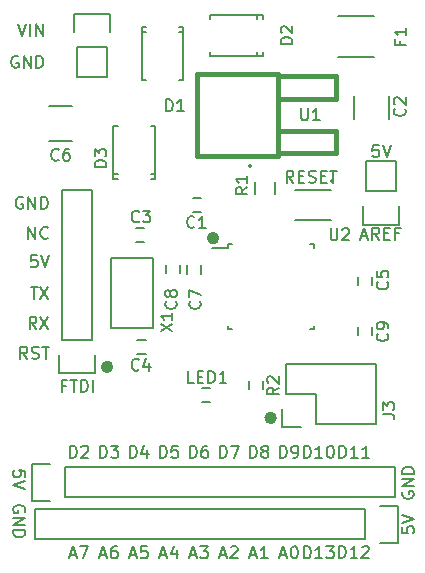
<source format=gto>
%TF.GenerationSoftware,KiCad,Pcbnew,4.0.4+e1-6308~48~ubuntu16.04.1-stable*%
%TF.CreationDate,2016-12-31T15:13:52-08:00*%
%TF.ProjectId,atmega328,61746D6567613332382E6B696361645F,1.2*%
%TF.FileFunction,Legend,Top*%
%FSLAX46Y46*%
G04 Gerber Fmt 4.6, Leading zero omitted, Abs format (unit mm)*
G04 Created by KiCad (PCBNEW 4.0.4+e1-6308~48~ubuntu16.04.1-stable) date Sat Dec 31 15:13:52 2016*
%MOMM*%
%LPD*%
G01*
G04 APERTURE LIST*
%ADD10C,0.350000*%
%ADD11C,0.152400*%
%ADD12C,0.177800*%
%ADD13C,0.203200*%
%ADD14C,0.508000*%
%ADD15C,0.150000*%
%ADD16C,0.381000*%
G04 APERTURE END LIST*
D10*
D11*
X136086548Y-106912833D02*
X136570357Y-106912833D01*
X135989786Y-107203119D02*
X136328453Y-106187119D01*
X136667119Y-107203119D01*
X137586357Y-107203119D02*
X137247691Y-106719310D01*
X137005786Y-107203119D02*
X137005786Y-106187119D01*
X137392833Y-106187119D01*
X137489595Y-106235500D01*
X137537976Y-106283881D01*
X137586357Y-106380643D01*
X137586357Y-106525786D01*
X137537976Y-106622548D01*
X137489595Y-106670929D01*
X137392833Y-106719310D01*
X137005786Y-106719310D01*
X138021786Y-106670929D02*
X138360452Y-106670929D01*
X138505595Y-107203119D02*
X138021786Y-107203119D01*
X138021786Y-106187119D01*
X138505595Y-106187119D01*
X139279690Y-106670929D02*
X138941024Y-106670929D01*
X138941024Y-107203119D02*
X138941024Y-106187119D01*
X139424833Y-106187119D01*
X137537976Y-99202119D02*
X137054167Y-99202119D01*
X137005786Y-99685929D01*
X137054167Y-99637548D01*
X137150929Y-99589167D01*
X137392833Y-99589167D01*
X137489595Y-99637548D01*
X137537976Y-99685929D01*
X137586357Y-99782690D01*
X137586357Y-100024595D01*
X137537976Y-100121357D01*
X137489595Y-100169738D01*
X137392833Y-100218119D01*
X137150929Y-100218119D01*
X137054167Y-100169738D01*
X137005786Y-100121357D01*
X137876643Y-99202119D02*
X138215310Y-100218119D01*
X138553976Y-99202119D01*
D12*
X107617381Y-127284238D02*
X107617381Y-126800429D01*
X107133571Y-126752048D01*
X107181952Y-126800429D01*
X107230333Y-126897191D01*
X107230333Y-127139095D01*
X107181952Y-127235857D01*
X107133571Y-127284238D01*
X107036810Y-127332619D01*
X106794905Y-127332619D01*
X106698143Y-127284238D01*
X106649762Y-127235857D01*
X106601381Y-127139095D01*
X106601381Y-126897191D01*
X106649762Y-126800429D01*
X106698143Y-126752048D01*
X107617381Y-127622905D02*
X106601381Y-127961572D01*
X107617381Y-128300238D01*
X107569000Y-130265714D02*
X107617381Y-130168952D01*
X107617381Y-130023809D01*
X107569000Y-129878667D01*
X107472238Y-129781905D01*
X107375476Y-129733524D01*
X107181952Y-129685143D01*
X107036810Y-129685143D01*
X106843286Y-129733524D01*
X106746524Y-129781905D01*
X106649762Y-129878667D01*
X106601381Y-130023809D01*
X106601381Y-130120571D01*
X106649762Y-130265714D01*
X106698143Y-130314095D01*
X107036810Y-130314095D01*
X107036810Y-130120571D01*
X106601381Y-130749524D02*
X107617381Y-130749524D01*
X106601381Y-131330095D01*
X107617381Y-131330095D01*
X106601381Y-131813905D02*
X107617381Y-131813905D01*
X107617381Y-132055810D01*
X107569000Y-132200952D01*
X107472238Y-132297714D01*
X107375476Y-132346095D01*
X107181952Y-132394476D01*
X107036810Y-132394476D01*
X106843286Y-132346095D01*
X106746524Y-132297714D01*
X106649762Y-132200952D01*
X106601381Y-132055810D01*
X106601381Y-131813905D01*
X139524619Y-131541762D02*
X139524619Y-132025571D01*
X140008429Y-132073952D01*
X139960048Y-132025571D01*
X139911667Y-131928809D01*
X139911667Y-131686905D01*
X139960048Y-131590143D01*
X140008429Y-131541762D01*
X140105190Y-131493381D01*
X140347095Y-131493381D01*
X140443857Y-131541762D01*
X140492238Y-131590143D01*
X140540619Y-131686905D01*
X140540619Y-131928809D01*
X140492238Y-132025571D01*
X140443857Y-132073952D01*
X139524619Y-131203095D02*
X140540619Y-130864428D01*
X139524619Y-130525762D01*
X139573000Y-128560286D02*
X139524619Y-128657048D01*
X139524619Y-128802191D01*
X139573000Y-128947333D01*
X139669762Y-129044095D01*
X139766524Y-129092476D01*
X139960048Y-129140857D01*
X140105190Y-129140857D01*
X140298714Y-129092476D01*
X140395476Y-129044095D01*
X140492238Y-128947333D01*
X140540619Y-128802191D01*
X140540619Y-128705429D01*
X140492238Y-128560286D01*
X140443857Y-128511905D01*
X140105190Y-128511905D01*
X140105190Y-128705429D01*
X140540619Y-128076476D02*
X139524619Y-128076476D01*
X140540619Y-127495905D01*
X139524619Y-127495905D01*
X140540619Y-127012095D02*
X139524619Y-127012095D01*
X139524619Y-126770190D01*
X139573000Y-126625048D01*
X139669762Y-126528286D01*
X139766524Y-126479905D01*
X139960048Y-126431524D01*
X140105190Y-126431524D01*
X140298714Y-126479905D01*
X140395476Y-126528286D01*
X140492238Y-126625048D01*
X140540619Y-126770190D01*
X140540619Y-127012095D01*
D13*
X130333206Y-102389819D02*
X129994540Y-101906010D01*
X129752635Y-102389819D02*
X129752635Y-101373819D01*
X130139682Y-101373819D01*
X130236444Y-101422200D01*
X130284825Y-101470581D01*
X130333206Y-101567343D01*
X130333206Y-101712486D01*
X130284825Y-101809248D01*
X130236444Y-101857629D01*
X130139682Y-101906010D01*
X129752635Y-101906010D01*
X130768635Y-101857629D02*
X131107301Y-101857629D01*
X131252444Y-102389819D02*
X130768635Y-102389819D01*
X130768635Y-101373819D01*
X131252444Y-101373819D01*
X131639492Y-102341438D02*
X131784635Y-102389819D01*
X132026539Y-102389819D01*
X132123301Y-102341438D01*
X132171682Y-102293057D01*
X132220063Y-102196295D01*
X132220063Y-102099533D01*
X132171682Y-102002771D01*
X132123301Y-101954390D01*
X132026539Y-101906010D01*
X131833016Y-101857629D01*
X131736254Y-101809248D01*
X131687873Y-101760867D01*
X131639492Y-101664105D01*
X131639492Y-101567343D01*
X131687873Y-101470581D01*
X131736254Y-101422200D01*
X131833016Y-101373819D01*
X132074920Y-101373819D01*
X132220063Y-101422200D01*
X132655492Y-101857629D02*
X132994158Y-101857629D01*
X133139301Y-102389819D02*
X132655492Y-102389819D01*
X132655492Y-101373819D01*
X133139301Y-101373819D01*
X133429587Y-101373819D02*
X134010158Y-101373819D01*
X133719873Y-102389819D02*
X133719873Y-101373819D01*
D12*
X134222067Y-125681619D02*
X134222067Y-124665619D01*
X134463972Y-124665619D01*
X134609114Y-124714000D01*
X134705876Y-124810762D01*
X134754257Y-124907524D01*
X134802638Y-125101048D01*
X134802638Y-125246190D01*
X134754257Y-125439714D01*
X134705876Y-125536476D01*
X134609114Y-125633238D01*
X134463972Y-125681619D01*
X134222067Y-125681619D01*
X135770257Y-125681619D02*
X135189686Y-125681619D01*
X135479972Y-125681619D02*
X135479972Y-124665619D01*
X135383210Y-124810762D01*
X135286448Y-124907524D01*
X135189686Y-124955905D01*
X136737876Y-125681619D02*
X136157305Y-125681619D01*
X136447591Y-125681619D02*
X136447591Y-124665619D01*
X136350829Y-124810762D01*
X136254067Y-124907524D01*
X136157305Y-124955905D01*
X131224867Y-125681619D02*
X131224867Y-124665619D01*
X131466772Y-124665619D01*
X131611914Y-124714000D01*
X131708676Y-124810762D01*
X131757057Y-124907524D01*
X131805438Y-125101048D01*
X131805438Y-125246190D01*
X131757057Y-125439714D01*
X131708676Y-125536476D01*
X131611914Y-125633238D01*
X131466772Y-125681619D01*
X131224867Y-125681619D01*
X132773057Y-125681619D02*
X132192486Y-125681619D01*
X132482772Y-125681619D02*
X132482772Y-124665619D01*
X132386010Y-124810762D01*
X132289248Y-124907524D01*
X132192486Y-124955905D01*
X133402010Y-124665619D02*
X133498771Y-124665619D01*
X133595533Y-124714000D01*
X133643914Y-124762381D01*
X133692295Y-124859143D01*
X133740676Y-125052667D01*
X133740676Y-125294571D01*
X133692295Y-125488095D01*
X133643914Y-125584857D01*
X133595533Y-125633238D01*
X133498771Y-125681619D01*
X133402010Y-125681619D01*
X133305248Y-125633238D01*
X133256867Y-125584857D01*
X133208486Y-125488095D01*
X133160105Y-125294571D01*
X133160105Y-125052667D01*
X133208486Y-124859143D01*
X133256867Y-124762381D01*
X133305248Y-124714000D01*
X133402010Y-124665619D01*
X129195286Y-125681619D02*
X129195286Y-124665619D01*
X129437191Y-124665619D01*
X129582333Y-124714000D01*
X129679095Y-124810762D01*
X129727476Y-124907524D01*
X129775857Y-125101048D01*
X129775857Y-125246190D01*
X129727476Y-125439714D01*
X129679095Y-125536476D01*
X129582333Y-125633238D01*
X129437191Y-125681619D01*
X129195286Y-125681619D01*
X130259667Y-125681619D02*
X130453191Y-125681619D01*
X130549952Y-125633238D01*
X130598333Y-125584857D01*
X130695095Y-125439714D01*
X130743476Y-125246190D01*
X130743476Y-124859143D01*
X130695095Y-124762381D01*
X130646714Y-124714000D01*
X130549952Y-124665619D01*
X130356429Y-124665619D01*
X130259667Y-124714000D01*
X130211286Y-124762381D01*
X130162905Y-124859143D01*
X130162905Y-125101048D01*
X130211286Y-125197810D01*
X130259667Y-125246190D01*
X130356429Y-125294571D01*
X130549952Y-125294571D01*
X130646714Y-125246190D01*
X130695095Y-125197810D01*
X130743476Y-125101048D01*
X126655286Y-125681619D02*
X126655286Y-124665619D01*
X126897191Y-124665619D01*
X127042333Y-124714000D01*
X127139095Y-124810762D01*
X127187476Y-124907524D01*
X127235857Y-125101048D01*
X127235857Y-125246190D01*
X127187476Y-125439714D01*
X127139095Y-125536476D01*
X127042333Y-125633238D01*
X126897191Y-125681619D01*
X126655286Y-125681619D01*
X127816429Y-125101048D02*
X127719667Y-125052667D01*
X127671286Y-125004286D01*
X127622905Y-124907524D01*
X127622905Y-124859143D01*
X127671286Y-124762381D01*
X127719667Y-124714000D01*
X127816429Y-124665619D01*
X128009952Y-124665619D01*
X128106714Y-124714000D01*
X128155095Y-124762381D01*
X128203476Y-124859143D01*
X128203476Y-124907524D01*
X128155095Y-125004286D01*
X128106714Y-125052667D01*
X128009952Y-125101048D01*
X127816429Y-125101048D01*
X127719667Y-125149429D01*
X127671286Y-125197810D01*
X127622905Y-125294571D01*
X127622905Y-125488095D01*
X127671286Y-125584857D01*
X127719667Y-125633238D01*
X127816429Y-125681619D01*
X128009952Y-125681619D01*
X128106714Y-125633238D01*
X128155095Y-125584857D01*
X128203476Y-125488095D01*
X128203476Y-125294571D01*
X128155095Y-125197810D01*
X128106714Y-125149429D01*
X128009952Y-125101048D01*
X124115286Y-125681619D02*
X124115286Y-124665619D01*
X124357191Y-124665619D01*
X124502333Y-124714000D01*
X124599095Y-124810762D01*
X124647476Y-124907524D01*
X124695857Y-125101048D01*
X124695857Y-125246190D01*
X124647476Y-125439714D01*
X124599095Y-125536476D01*
X124502333Y-125633238D01*
X124357191Y-125681619D01*
X124115286Y-125681619D01*
X125034524Y-124665619D02*
X125711857Y-124665619D01*
X125276429Y-125681619D01*
X121575286Y-125681619D02*
X121575286Y-124665619D01*
X121817191Y-124665619D01*
X121962333Y-124714000D01*
X122059095Y-124810762D01*
X122107476Y-124907524D01*
X122155857Y-125101048D01*
X122155857Y-125246190D01*
X122107476Y-125439714D01*
X122059095Y-125536476D01*
X121962333Y-125633238D01*
X121817191Y-125681619D01*
X121575286Y-125681619D01*
X123026714Y-124665619D02*
X122833191Y-124665619D01*
X122736429Y-124714000D01*
X122688048Y-124762381D01*
X122591286Y-124907524D01*
X122542905Y-125101048D01*
X122542905Y-125488095D01*
X122591286Y-125584857D01*
X122639667Y-125633238D01*
X122736429Y-125681619D01*
X122929952Y-125681619D01*
X123026714Y-125633238D01*
X123075095Y-125584857D01*
X123123476Y-125488095D01*
X123123476Y-125246190D01*
X123075095Y-125149429D01*
X123026714Y-125101048D01*
X122929952Y-125052667D01*
X122736429Y-125052667D01*
X122639667Y-125101048D01*
X122591286Y-125149429D01*
X122542905Y-125246190D01*
X119035286Y-125681619D02*
X119035286Y-124665619D01*
X119277191Y-124665619D01*
X119422333Y-124714000D01*
X119519095Y-124810762D01*
X119567476Y-124907524D01*
X119615857Y-125101048D01*
X119615857Y-125246190D01*
X119567476Y-125439714D01*
X119519095Y-125536476D01*
X119422333Y-125633238D01*
X119277191Y-125681619D01*
X119035286Y-125681619D01*
X120535095Y-124665619D02*
X120051286Y-124665619D01*
X120002905Y-125149429D01*
X120051286Y-125101048D01*
X120148048Y-125052667D01*
X120389952Y-125052667D01*
X120486714Y-125101048D01*
X120535095Y-125149429D01*
X120583476Y-125246190D01*
X120583476Y-125488095D01*
X120535095Y-125584857D01*
X120486714Y-125633238D01*
X120389952Y-125681619D01*
X120148048Y-125681619D01*
X120051286Y-125633238D01*
X120002905Y-125584857D01*
X116495286Y-125681619D02*
X116495286Y-124665619D01*
X116737191Y-124665619D01*
X116882333Y-124714000D01*
X116979095Y-124810762D01*
X117027476Y-124907524D01*
X117075857Y-125101048D01*
X117075857Y-125246190D01*
X117027476Y-125439714D01*
X116979095Y-125536476D01*
X116882333Y-125633238D01*
X116737191Y-125681619D01*
X116495286Y-125681619D01*
X117946714Y-125004286D02*
X117946714Y-125681619D01*
X117704810Y-124617238D02*
X117462905Y-125342952D01*
X118091857Y-125342952D01*
X113955286Y-125681619D02*
X113955286Y-124665619D01*
X114197191Y-124665619D01*
X114342333Y-124714000D01*
X114439095Y-124810762D01*
X114487476Y-124907524D01*
X114535857Y-125101048D01*
X114535857Y-125246190D01*
X114487476Y-125439714D01*
X114439095Y-125536476D01*
X114342333Y-125633238D01*
X114197191Y-125681619D01*
X113955286Y-125681619D01*
X114874524Y-124665619D02*
X115503476Y-124665619D01*
X115164810Y-125052667D01*
X115309952Y-125052667D01*
X115406714Y-125101048D01*
X115455095Y-125149429D01*
X115503476Y-125246190D01*
X115503476Y-125488095D01*
X115455095Y-125584857D01*
X115406714Y-125633238D01*
X115309952Y-125681619D01*
X115019667Y-125681619D01*
X114922905Y-125633238D01*
X114874524Y-125584857D01*
X111415286Y-125681619D02*
X111415286Y-124665619D01*
X111657191Y-124665619D01*
X111802333Y-124714000D01*
X111899095Y-124810762D01*
X111947476Y-124907524D01*
X111995857Y-125101048D01*
X111995857Y-125246190D01*
X111947476Y-125439714D01*
X111899095Y-125536476D01*
X111802333Y-125633238D01*
X111657191Y-125681619D01*
X111415286Y-125681619D01*
X112382905Y-124762381D02*
X112431286Y-124714000D01*
X112528048Y-124665619D01*
X112769952Y-124665619D01*
X112866714Y-124714000D01*
X112915095Y-124762381D01*
X112963476Y-124859143D01*
X112963476Y-124955905D01*
X112915095Y-125101048D01*
X112334524Y-125681619D01*
X112963476Y-125681619D01*
X134196667Y-134165219D02*
X134196667Y-133149219D01*
X134438572Y-133149219D01*
X134583714Y-133197600D01*
X134680476Y-133294362D01*
X134728857Y-133391124D01*
X134777238Y-133584648D01*
X134777238Y-133729790D01*
X134728857Y-133923314D01*
X134680476Y-134020076D01*
X134583714Y-134116838D01*
X134438572Y-134165219D01*
X134196667Y-134165219D01*
X135744857Y-134165219D02*
X135164286Y-134165219D01*
X135454572Y-134165219D02*
X135454572Y-133149219D01*
X135357810Y-133294362D01*
X135261048Y-133391124D01*
X135164286Y-133439505D01*
X136131905Y-133245981D02*
X136180286Y-133197600D01*
X136277048Y-133149219D01*
X136518952Y-133149219D01*
X136615714Y-133197600D01*
X136664095Y-133245981D01*
X136712476Y-133342743D01*
X136712476Y-133439505D01*
X136664095Y-133584648D01*
X136083524Y-134165219D01*
X136712476Y-134165219D01*
X131224867Y-134190619D02*
X131224867Y-133174619D01*
X131466772Y-133174619D01*
X131611914Y-133223000D01*
X131708676Y-133319762D01*
X131757057Y-133416524D01*
X131805438Y-133610048D01*
X131805438Y-133755190D01*
X131757057Y-133948714D01*
X131708676Y-134045476D01*
X131611914Y-134142238D01*
X131466772Y-134190619D01*
X131224867Y-134190619D01*
X132773057Y-134190619D02*
X132192486Y-134190619D01*
X132482772Y-134190619D02*
X132482772Y-133174619D01*
X132386010Y-133319762D01*
X132289248Y-133416524D01*
X132192486Y-133464905D01*
X133111724Y-133174619D02*
X133740676Y-133174619D01*
X133402010Y-133561667D01*
X133547152Y-133561667D01*
X133643914Y-133610048D01*
X133692295Y-133658429D01*
X133740676Y-133755190D01*
X133740676Y-133997095D01*
X133692295Y-134093857D01*
X133643914Y-134142238D01*
X133547152Y-134190619D01*
X133256867Y-134190619D01*
X133160105Y-134142238D01*
X133111724Y-134093857D01*
X129241248Y-133900333D02*
X129725057Y-133900333D01*
X129144486Y-134190619D02*
X129483153Y-133174619D01*
X129821819Y-134190619D01*
X130354010Y-133174619D02*
X130450771Y-133174619D01*
X130547533Y-133223000D01*
X130595914Y-133271381D01*
X130644295Y-133368143D01*
X130692676Y-133561667D01*
X130692676Y-133803571D01*
X130644295Y-133997095D01*
X130595914Y-134093857D01*
X130547533Y-134142238D01*
X130450771Y-134190619D01*
X130354010Y-134190619D01*
X130257248Y-134142238D01*
X130208867Y-134093857D01*
X130160486Y-133997095D01*
X130112105Y-133803571D01*
X130112105Y-133561667D01*
X130160486Y-133368143D01*
X130208867Y-133271381D01*
X130257248Y-133223000D01*
X130354010Y-133174619D01*
X126701248Y-133900333D02*
X127185057Y-133900333D01*
X126604486Y-134190619D02*
X126943153Y-133174619D01*
X127281819Y-134190619D01*
X128152676Y-134190619D02*
X127572105Y-134190619D01*
X127862391Y-134190619D02*
X127862391Y-133174619D01*
X127765629Y-133319762D01*
X127668867Y-133416524D01*
X127572105Y-133464905D01*
X124161248Y-133900333D02*
X124645057Y-133900333D01*
X124064486Y-134190619D02*
X124403153Y-133174619D01*
X124741819Y-134190619D01*
X125032105Y-133271381D02*
X125080486Y-133223000D01*
X125177248Y-133174619D01*
X125419152Y-133174619D01*
X125515914Y-133223000D01*
X125564295Y-133271381D01*
X125612676Y-133368143D01*
X125612676Y-133464905D01*
X125564295Y-133610048D01*
X124983724Y-134190619D01*
X125612676Y-134190619D01*
X121621248Y-133900333D02*
X122105057Y-133900333D01*
X121524486Y-134190619D02*
X121863153Y-133174619D01*
X122201819Y-134190619D01*
X122443724Y-133174619D02*
X123072676Y-133174619D01*
X122734010Y-133561667D01*
X122879152Y-133561667D01*
X122975914Y-133610048D01*
X123024295Y-133658429D01*
X123072676Y-133755190D01*
X123072676Y-133997095D01*
X123024295Y-134093857D01*
X122975914Y-134142238D01*
X122879152Y-134190619D01*
X122588867Y-134190619D01*
X122492105Y-134142238D01*
X122443724Y-134093857D01*
X119081248Y-133900333D02*
X119565057Y-133900333D01*
X118984486Y-134190619D02*
X119323153Y-133174619D01*
X119661819Y-134190619D01*
X120435914Y-133513286D02*
X120435914Y-134190619D01*
X120194010Y-133126238D02*
X119952105Y-133851952D01*
X120581057Y-133851952D01*
X116541248Y-133900333D02*
X117025057Y-133900333D01*
X116444486Y-134190619D02*
X116783153Y-133174619D01*
X117121819Y-134190619D01*
X117944295Y-133174619D02*
X117460486Y-133174619D01*
X117412105Y-133658429D01*
X117460486Y-133610048D01*
X117557248Y-133561667D01*
X117799152Y-133561667D01*
X117895914Y-133610048D01*
X117944295Y-133658429D01*
X117992676Y-133755190D01*
X117992676Y-133997095D01*
X117944295Y-134093857D01*
X117895914Y-134142238D01*
X117799152Y-134190619D01*
X117557248Y-134190619D01*
X117460486Y-134142238D01*
X117412105Y-134093857D01*
X114001248Y-133900333D02*
X114485057Y-133900333D01*
X113904486Y-134190619D02*
X114243153Y-133174619D01*
X114581819Y-134190619D01*
X115355914Y-133174619D02*
X115162391Y-133174619D01*
X115065629Y-133223000D01*
X115017248Y-133271381D01*
X114920486Y-133416524D01*
X114872105Y-133610048D01*
X114872105Y-133997095D01*
X114920486Y-134093857D01*
X114968867Y-134142238D01*
X115065629Y-134190619D01*
X115259152Y-134190619D01*
X115355914Y-134142238D01*
X115404295Y-134093857D01*
X115452676Y-133997095D01*
X115452676Y-133755190D01*
X115404295Y-133658429D01*
X115355914Y-133610048D01*
X115259152Y-133561667D01*
X115065629Y-133561667D01*
X114968867Y-133610048D01*
X114920486Y-133658429D01*
X114872105Y-133755190D01*
X111461248Y-133900333D02*
X111945057Y-133900333D01*
X111364486Y-134190619D02*
X111703153Y-133174619D01*
X112041819Y-134190619D01*
X112283724Y-133174619D02*
X112961057Y-133174619D01*
X112525629Y-134190619D01*
D13*
X111050009Y-119561429D02*
X110711343Y-119561429D01*
X110711343Y-120093619D02*
X110711343Y-119077619D01*
X111195152Y-119077619D01*
X111437057Y-119077619D02*
X112017628Y-119077619D01*
X111727343Y-120093619D02*
X111727343Y-119077619D01*
X112356295Y-120093619D02*
X112356295Y-119077619D01*
X112598200Y-119077619D01*
X112743342Y-119126000D01*
X112840104Y-119222762D01*
X112888485Y-119319524D01*
X112936866Y-119513048D01*
X112936866Y-119658190D01*
X112888485Y-119851714D01*
X112840104Y-119948476D01*
X112743342Y-120045238D01*
X112598200Y-120093619D01*
X112356295Y-120093619D01*
X113372295Y-120093619D02*
X113372295Y-119077619D01*
X107889524Y-107139619D02*
X107889524Y-106123619D01*
X108470095Y-107139619D01*
X108470095Y-106123619D01*
X109534476Y-107042857D02*
X109486095Y-107091238D01*
X109340952Y-107139619D01*
X109244190Y-107139619D01*
X109099048Y-107091238D01*
X109002286Y-106994476D01*
X108953905Y-106897714D01*
X108905524Y-106704190D01*
X108905524Y-106559048D01*
X108953905Y-106365524D01*
X109002286Y-106268762D01*
X109099048Y-106172000D01*
X109244190Y-106123619D01*
X109340952Y-106123619D01*
X109486095Y-106172000D01*
X109534476Y-106220381D01*
D14*
X114837981Y-117983000D02*
G75*
G03X114837981Y-117983000I-283981J0D01*
G01*
X123804181Y-107086400D02*
G75*
G03X123804181Y-107086400I-283981J0D01*
G01*
X128680981Y-122301000D02*
G75*
G03X128680981Y-122301000I-283981J0D01*
G01*
D13*
X107024714Y-91694000D02*
X106927952Y-91645619D01*
X106782809Y-91645619D01*
X106637667Y-91694000D01*
X106540905Y-91790762D01*
X106492524Y-91887524D01*
X106444143Y-92081048D01*
X106444143Y-92226190D01*
X106492524Y-92419714D01*
X106540905Y-92516476D01*
X106637667Y-92613238D01*
X106782809Y-92661619D01*
X106879571Y-92661619D01*
X107024714Y-92613238D01*
X107073095Y-92564857D01*
X107073095Y-92226190D01*
X106879571Y-92226190D01*
X107508524Y-92661619D02*
X107508524Y-91645619D01*
X108089095Y-92661619D01*
X108089095Y-91645619D01*
X108572905Y-92661619D02*
X108572905Y-91645619D01*
X108814810Y-91645619D01*
X108959952Y-91694000D01*
X109056714Y-91790762D01*
X109105095Y-91887524D01*
X109153476Y-92081048D01*
X109153476Y-92226190D01*
X109105095Y-92419714D01*
X109056714Y-92516476D01*
X108959952Y-92613238D01*
X108814810Y-92661619D01*
X108572905Y-92661619D01*
X107024714Y-88978619D02*
X107363381Y-89994619D01*
X107702047Y-88978619D01*
X108040714Y-89994619D02*
X108040714Y-88978619D01*
X108524524Y-89994619D02*
X108524524Y-88978619D01*
X109105095Y-89994619D01*
X109105095Y-88978619D01*
X107792762Y-117299619D02*
X107454096Y-116815810D01*
X107212191Y-117299619D02*
X107212191Y-116283619D01*
X107599238Y-116283619D01*
X107696000Y-116332000D01*
X107744381Y-116380381D01*
X107792762Y-116477143D01*
X107792762Y-116622286D01*
X107744381Y-116719048D01*
X107696000Y-116767429D01*
X107599238Y-116815810D01*
X107212191Y-116815810D01*
X108179810Y-117251238D02*
X108324953Y-117299619D01*
X108566857Y-117299619D01*
X108663619Y-117251238D01*
X108712000Y-117202857D01*
X108760381Y-117106095D01*
X108760381Y-117009333D01*
X108712000Y-116912571D01*
X108663619Y-116864190D01*
X108566857Y-116815810D01*
X108373334Y-116767429D01*
X108276572Y-116719048D01*
X108228191Y-116670667D01*
X108179810Y-116573905D01*
X108179810Y-116477143D01*
X108228191Y-116380381D01*
X108276572Y-116332000D01*
X108373334Y-116283619D01*
X108615238Y-116283619D01*
X108760381Y-116332000D01*
X109050667Y-116283619D02*
X109631238Y-116283619D01*
X109340953Y-117299619D02*
X109340953Y-116283619D01*
X108566857Y-114759619D02*
X108228191Y-114275810D01*
X107986286Y-114759619D02*
X107986286Y-113743619D01*
X108373333Y-113743619D01*
X108470095Y-113792000D01*
X108518476Y-113840381D01*
X108566857Y-113937143D01*
X108566857Y-114082286D01*
X108518476Y-114179048D01*
X108470095Y-114227429D01*
X108373333Y-114275810D01*
X107986286Y-114275810D01*
X108905524Y-113743619D02*
X109582857Y-114759619D01*
X109582857Y-113743619D02*
X108905524Y-114759619D01*
X108083048Y-111203619D02*
X108663619Y-111203619D01*
X108373334Y-112219619D02*
X108373334Y-111203619D01*
X108905524Y-111203619D02*
X109582857Y-112219619D01*
X109582857Y-111203619D02*
X108905524Y-112219619D01*
X108615238Y-108536619D02*
X108131429Y-108536619D01*
X108083048Y-109020429D01*
X108131429Y-108972048D01*
X108228191Y-108923667D01*
X108470095Y-108923667D01*
X108566857Y-108972048D01*
X108615238Y-109020429D01*
X108663619Y-109117190D01*
X108663619Y-109359095D01*
X108615238Y-109455857D01*
X108566857Y-109504238D01*
X108470095Y-109552619D01*
X108228191Y-109552619D01*
X108131429Y-109504238D01*
X108083048Y-109455857D01*
X108953905Y-108536619D02*
X109292572Y-109552619D01*
X109631238Y-108536619D01*
X107405714Y-103632000D02*
X107308952Y-103583619D01*
X107163809Y-103583619D01*
X107018667Y-103632000D01*
X106921905Y-103728762D01*
X106873524Y-103825524D01*
X106825143Y-104019048D01*
X106825143Y-104164190D01*
X106873524Y-104357714D01*
X106921905Y-104454476D01*
X107018667Y-104551238D01*
X107163809Y-104599619D01*
X107260571Y-104599619D01*
X107405714Y-104551238D01*
X107454095Y-104502857D01*
X107454095Y-104164190D01*
X107260571Y-104164190D01*
X107889524Y-104599619D02*
X107889524Y-103583619D01*
X108470095Y-104599619D01*
X108470095Y-103583619D01*
X108953905Y-104599619D02*
X108953905Y-103583619D01*
X109195810Y-103583619D01*
X109340952Y-103632000D01*
X109437714Y-103728762D01*
X109486095Y-103825524D01*
X109534476Y-104019048D01*
X109534476Y-104164190D01*
X109486095Y-104357714D01*
X109437714Y-104454476D01*
X109340952Y-104551238D01*
X109195810Y-104599619D01*
X108953905Y-104599619D01*
D15*
X110718600Y-115722400D02*
X110718600Y-103022400D01*
X110718600Y-103022400D02*
X113258600Y-103022400D01*
X113258600Y-103022400D02*
X113258600Y-115722400D01*
X110438600Y-118542400D02*
X110438600Y-116992400D01*
X110718600Y-115722400D02*
X113258600Y-115722400D01*
X113538600Y-116992400D02*
X113538600Y-118542400D01*
X113538600Y-118542400D02*
X110438600Y-118542400D01*
X128739000Y-103370000D02*
X128739000Y-102370000D01*
X127039000Y-102370000D02*
X127039000Y-103370000D01*
X122586000Y-119796000D02*
X123286000Y-119796000D01*
X123286000Y-120996000D02*
X122586000Y-120996000D01*
X110998000Y-126492000D02*
X138938000Y-126492000D01*
X138938000Y-126492000D02*
X138938000Y-129032000D01*
X138938000Y-129032000D02*
X110998000Y-129032000D01*
X108178000Y-126212000D02*
X109728000Y-126212000D01*
X110998000Y-126492000D02*
X110998000Y-129032000D01*
X109728000Y-129312000D02*
X108178000Y-129312000D01*
X108178000Y-129312000D02*
X108178000Y-126212000D01*
X132207000Y-122809000D02*
X137287000Y-122809000D01*
X129387000Y-123089000D02*
X129387000Y-121539000D01*
X129667000Y-120269000D02*
X132207000Y-120269000D01*
X132207000Y-120269000D02*
X132207000Y-122809000D01*
X137287000Y-122809000D02*
X137287000Y-117729000D01*
X137287000Y-117729000D02*
X132207000Y-117729000D01*
X129387000Y-123089000D02*
X130937000Y-123089000D01*
X129667000Y-117729000D02*
X129667000Y-120269000D01*
X132207000Y-117729000D02*
X129667000Y-117729000D01*
X114554000Y-90932000D02*
X114554000Y-93472000D01*
X114834000Y-88112000D02*
X114834000Y-89662000D01*
X114554000Y-90932000D02*
X112014000Y-90932000D01*
X111734000Y-89662000D02*
X111734000Y-88112000D01*
X111734000Y-88112000D02*
X114834000Y-88112000D01*
X112014000Y-90932000D02*
X112014000Y-93472000D01*
X112014000Y-93472000D02*
X114554000Y-93472000D01*
X134112000Y-91768000D02*
X137160000Y-91768000D01*
X137160000Y-88318000D02*
X134112000Y-88318000D01*
X118590060Y-101621140D02*
X118239540Y-101621140D01*
X115089940Y-101621140D02*
X115440460Y-101621140D01*
X118590060Y-97571560D02*
X118239540Y-97571560D01*
X118590060Y-102072440D02*
X118239540Y-102072440D01*
X115089940Y-102072440D02*
X115440460Y-102072440D01*
X115089940Y-97571560D02*
X115440460Y-97571560D01*
X118590060Y-102072440D02*
X118590060Y-97571560D01*
X115089940Y-102072440D02*
X115089940Y-97571560D01*
X127275140Y-88165940D02*
X127275140Y-88516460D01*
X127275140Y-91666060D02*
X127275140Y-91315540D01*
X123225560Y-88165940D02*
X123225560Y-88516460D01*
X127726440Y-88165940D02*
X127726440Y-88516460D01*
X127726440Y-91666060D02*
X127726440Y-91315540D01*
X123225560Y-91666060D02*
X123225560Y-91315540D01*
X127726440Y-88165940D02*
X123225560Y-88165940D01*
X127726440Y-91666060D02*
X123225560Y-91666060D01*
X117502940Y-89640860D02*
X117853460Y-89640860D01*
X121003060Y-89640860D02*
X120652540Y-89640860D01*
X117502940Y-93690440D02*
X117853460Y-93690440D01*
X117502940Y-89189560D02*
X117853460Y-89189560D01*
X121003060Y-89189560D02*
X120652540Y-89189560D01*
X121003060Y-93690440D02*
X120652540Y-93690440D01*
X117502940Y-89189560D02*
X117502940Y-93690440D01*
X121003060Y-89189560D02*
X121003060Y-93690440D01*
X136998000Y-114585000D02*
X136998000Y-115285000D01*
X135798000Y-115285000D02*
X135798000Y-114585000D01*
X119542000Y-110078000D02*
X119542000Y-109378000D01*
X120742000Y-109378000D02*
X120742000Y-110078000D01*
X121320000Y-110090000D02*
X121320000Y-109390000D01*
X122520000Y-109390000D02*
X122520000Y-110090000D01*
X109617000Y-98884000D02*
X111617000Y-98884000D01*
X111617000Y-95934000D02*
X109617000Y-95934000D01*
X135798000Y-111094000D02*
X135798000Y-110394000D01*
X136998000Y-110394000D02*
X136998000Y-111094000D01*
X117825000Y-116932000D02*
X117125000Y-116932000D01*
X117125000Y-115732000D02*
X117825000Y-115732000D01*
X117010000Y-106207000D02*
X117710000Y-106207000D01*
X117710000Y-107407000D02*
X117010000Y-107407000D01*
X138381000Y-97012000D02*
X138381000Y-95012000D01*
X135431000Y-95012000D02*
X135431000Y-97012000D01*
X122524000Y-104867000D02*
X121824000Y-104867000D01*
X121824000Y-103667000D02*
X122524000Y-103667000D01*
X127727000Y-119145000D02*
X127727000Y-119845000D01*
X126527000Y-119845000D02*
X126527000Y-119145000D01*
D11*
X114909600Y-108737400D02*
X118414800Y-108737400D01*
X114909600Y-108737400D02*
X114909600Y-114731800D01*
X118414800Y-108737400D02*
X118414800Y-114731800D01*
X114909600Y-114731800D02*
X118414800Y-114731800D01*
D16*
X133951980Y-95298260D02*
X129052320Y-95298260D01*
X133951980Y-95298260D02*
X133951980Y-93395800D01*
X133951980Y-93395800D02*
X129052320Y-93395800D01*
X133903720Y-99898200D02*
X129052320Y-99898200D01*
X133903720Y-99898200D02*
X133903720Y-97995740D01*
X133903720Y-97995740D02*
X129052320Y-97995740D01*
X122153680Y-100096320D02*
X122153680Y-93197680D01*
X122153680Y-93197680D02*
X129052320Y-93197680D01*
X129052320Y-93197680D02*
X129052320Y-100096320D01*
X129052320Y-100096320D02*
X122153680Y-100096320D01*
D15*
X133468320Y-103017000D02*
X130468320Y-103017000D01*
X133468320Y-105517000D02*
X130468320Y-105517000D01*
D10*
X133575000Y-102267000D02*
X133575000Y-102267000D01*
X126652980Y-100953820D02*
X126652980Y-100953820D01*
D15*
X136398000Y-132588000D02*
X108458000Y-132588000D01*
X108458000Y-132588000D02*
X108458000Y-130048000D01*
X108458000Y-130048000D02*
X136398000Y-130048000D01*
X139218000Y-132868000D02*
X137668000Y-132868000D01*
X136398000Y-132588000D02*
X136398000Y-130048000D01*
X137668000Y-129768000D02*
X139218000Y-129768000D01*
X139218000Y-129768000D02*
X139218000Y-132868000D01*
X136461500Y-103124000D02*
X136461500Y-100584000D01*
X136181500Y-105944000D02*
X136181500Y-104394000D01*
X136461500Y-103124000D02*
X139001500Y-103124000D01*
X139281500Y-104394000D02*
X139281500Y-105944000D01*
X139281500Y-105944000D02*
X136181500Y-105944000D01*
X139001500Y-103124000D02*
X139001500Y-100584000D01*
X139001500Y-100584000D02*
X136461500Y-100584000D01*
X124822800Y-107568000D02*
X124822800Y-107893000D01*
X132072800Y-107568000D02*
X132072800Y-107893000D01*
X132072800Y-114818000D02*
X132072800Y-114493000D01*
X124822800Y-114818000D02*
X124822800Y-114493000D01*
X124822800Y-107568000D02*
X125147800Y-107568000D01*
X124822800Y-114818000D02*
X125147800Y-114818000D01*
X132072800Y-114818000D02*
X131747800Y-114818000D01*
X132072800Y-107568000D02*
X131747800Y-107568000D01*
X124822800Y-107893000D02*
X123397800Y-107893000D01*
X126436381Y-102782666D02*
X125960190Y-103116000D01*
X126436381Y-103354095D02*
X125436381Y-103354095D01*
X125436381Y-102973142D01*
X125484000Y-102877904D01*
X125531619Y-102830285D01*
X125626857Y-102782666D01*
X125769714Y-102782666D01*
X125864952Y-102830285D01*
X125912571Y-102877904D01*
X125960190Y-102973142D01*
X125960190Y-103354095D01*
X126436381Y-101830285D02*
X126436381Y-102401714D01*
X126436381Y-102116000D02*
X125436381Y-102116000D01*
X125579238Y-102211238D01*
X125674476Y-102306476D01*
X125722095Y-102401714D01*
X121886953Y-119338381D02*
X121410762Y-119338381D01*
X121410762Y-118338381D01*
X122220286Y-118814571D02*
X122553620Y-118814571D01*
X122696477Y-119338381D02*
X122220286Y-119338381D01*
X122220286Y-118338381D01*
X122696477Y-118338381D01*
X123125048Y-119338381D02*
X123125048Y-118338381D01*
X123363143Y-118338381D01*
X123506001Y-118386000D01*
X123601239Y-118481238D01*
X123648858Y-118576476D01*
X123696477Y-118766952D01*
X123696477Y-118909810D01*
X123648858Y-119100286D01*
X123601239Y-119195524D01*
X123506001Y-119290762D01*
X123363143Y-119338381D01*
X123125048Y-119338381D01*
X124648858Y-119338381D02*
X124077429Y-119338381D01*
X124363143Y-119338381D02*
X124363143Y-118338381D01*
X124267905Y-118481238D01*
X124172667Y-118576476D01*
X124077429Y-118624095D01*
X137882381Y-121999333D02*
X138596667Y-121999333D01*
X138739524Y-122046953D01*
X138834762Y-122142191D01*
X138882381Y-122285048D01*
X138882381Y-122380286D01*
X137882381Y-121618381D02*
X137882381Y-120999333D01*
X138263333Y-121332667D01*
X138263333Y-121189809D01*
X138310952Y-121094571D01*
X138358571Y-121046952D01*
X138453810Y-120999333D01*
X138691905Y-120999333D01*
X138787143Y-121046952D01*
X138834762Y-121094571D01*
X138882381Y-121189809D01*
X138882381Y-121475524D01*
X138834762Y-121570762D01*
X138787143Y-121618381D01*
X139374571Y-90376333D02*
X139374571Y-90709667D01*
X139898381Y-90709667D02*
X138898381Y-90709667D01*
X138898381Y-90233476D01*
X139898381Y-89328714D02*
X139898381Y-89900143D01*
X139898381Y-89614429D02*
X138898381Y-89614429D01*
X139041238Y-89709667D01*
X139136476Y-89804905D01*
X139184095Y-89900143D01*
X114498381Y-101068095D02*
X113498381Y-101068095D01*
X113498381Y-100830000D01*
X113546000Y-100687142D01*
X113641238Y-100591904D01*
X113736476Y-100544285D01*
X113926952Y-100496666D01*
X114069810Y-100496666D01*
X114260286Y-100544285D01*
X114355524Y-100591904D01*
X114450762Y-100687142D01*
X114498381Y-100830000D01*
X114498381Y-101068095D01*
X113498381Y-100163333D02*
X113498381Y-99544285D01*
X113879333Y-99877619D01*
X113879333Y-99734761D01*
X113926952Y-99639523D01*
X113974571Y-99591904D01*
X114069810Y-99544285D01*
X114307905Y-99544285D01*
X114403143Y-99591904D01*
X114450762Y-99639523D01*
X114498381Y-99734761D01*
X114498381Y-100020476D01*
X114450762Y-100115714D01*
X114403143Y-100163333D01*
X130246381Y-90654095D02*
X129246381Y-90654095D01*
X129246381Y-90416000D01*
X129294000Y-90273142D01*
X129389238Y-90177904D01*
X129484476Y-90130285D01*
X129674952Y-90082666D01*
X129817810Y-90082666D01*
X130008286Y-90130285D01*
X130103524Y-90177904D01*
X130198762Y-90273142D01*
X130246381Y-90416000D01*
X130246381Y-90654095D01*
X129341619Y-89701714D02*
X129294000Y-89654095D01*
X129246381Y-89558857D01*
X129246381Y-89320761D01*
X129294000Y-89225523D01*
X129341619Y-89177904D01*
X129436857Y-89130285D01*
X129532095Y-89130285D01*
X129674952Y-89177904D01*
X130246381Y-89749333D01*
X130246381Y-89130285D01*
X119530905Y-96337381D02*
X119530905Y-95337381D01*
X119769000Y-95337381D01*
X119911858Y-95385000D01*
X120007096Y-95480238D01*
X120054715Y-95575476D01*
X120102334Y-95765952D01*
X120102334Y-95908810D01*
X120054715Y-96099286D01*
X120007096Y-96194524D01*
X119911858Y-96289762D01*
X119769000Y-96337381D01*
X119530905Y-96337381D01*
X121054715Y-96337381D02*
X120483286Y-96337381D01*
X120769000Y-96337381D02*
X120769000Y-95337381D01*
X120673762Y-95480238D01*
X120578524Y-95575476D01*
X120483286Y-95623095D01*
X138279143Y-115165166D02*
X138326762Y-115212785D01*
X138374381Y-115355642D01*
X138374381Y-115450880D01*
X138326762Y-115593738D01*
X138231524Y-115688976D01*
X138136286Y-115736595D01*
X137945810Y-115784214D01*
X137802952Y-115784214D01*
X137612476Y-115736595D01*
X137517238Y-115688976D01*
X137422000Y-115593738D01*
X137374381Y-115450880D01*
X137374381Y-115355642D01*
X137422000Y-115212785D01*
X137469619Y-115165166D01*
X138374381Y-114688976D02*
X138374381Y-114498500D01*
X138326762Y-114403261D01*
X138279143Y-114355642D01*
X138136286Y-114260404D01*
X137945810Y-114212785D01*
X137564857Y-114212785D01*
X137469619Y-114260404D01*
X137422000Y-114308023D01*
X137374381Y-114403261D01*
X137374381Y-114593738D01*
X137422000Y-114688976D01*
X137469619Y-114736595D01*
X137564857Y-114784214D01*
X137802952Y-114784214D01*
X137898190Y-114736595D01*
X137945810Y-114688976D01*
X137993429Y-114593738D01*
X137993429Y-114403261D01*
X137945810Y-114308023D01*
X137898190Y-114260404D01*
X137802952Y-114212785D01*
X120372143Y-112434666D02*
X120419762Y-112482285D01*
X120467381Y-112625142D01*
X120467381Y-112720380D01*
X120419762Y-112863238D01*
X120324524Y-112958476D01*
X120229286Y-113006095D01*
X120038810Y-113053714D01*
X119895952Y-113053714D01*
X119705476Y-113006095D01*
X119610238Y-112958476D01*
X119515000Y-112863238D01*
X119467381Y-112720380D01*
X119467381Y-112625142D01*
X119515000Y-112482285D01*
X119562619Y-112434666D01*
X119895952Y-111863238D02*
X119848333Y-111958476D01*
X119800714Y-112006095D01*
X119705476Y-112053714D01*
X119657857Y-112053714D01*
X119562619Y-112006095D01*
X119515000Y-111958476D01*
X119467381Y-111863238D01*
X119467381Y-111672761D01*
X119515000Y-111577523D01*
X119562619Y-111529904D01*
X119657857Y-111482285D01*
X119705476Y-111482285D01*
X119800714Y-111529904D01*
X119848333Y-111577523D01*
X119895952Y-111672761D01*
X119895952Y-111863238D01*
X119943571Y-111958476D01*
X119991190Y-112006095D01*
X120086429Y-112053714D01*
X120276905Y-112053714D01*
X120372143Y-112006095D01*
X120419762Y-111958476D01*
X120467381Y-111863238D01*
X120467381Y-111672761D01*
X120419762Y-111577523D01*
X120372143Y-111529904D01*
X120276905Y-111482285D01*
X120086429Y-111482285D01*
X119991190Y-111529904D01*
X119943571Y-111577523D01*
X119895952Y-111672761D01*
X122404143Y-112434666D02*
X122451762Y-112482285D01*
X122499381Y-112625142D01*
X122499381Y-112720380D01*
X122451762Y-112863238D01*
X122356524Y-112958476D01*
X122261286Y-113006095D01*
X122070810Y-113053714D01*
X121927952Y-113053714D01*
X121737476Y-113006095D01*
X121642238Y-112958476D01*
X121547000Y-112863238D01*
X121499381Y-112720380D01*
X121499381Y-112625142D01*
X121547000Y-112482285D01*
X121594619Y-112434666D01*
X121499381Y-112101333D02*
X121499381Y-111434666D01*
X122499381Y-111863238D01*
X110450334Y-100433143D02*
X110402715Y-100480762D01*
X110259858Y-100528381D01*
X110164620Y-100528381D01*
X110021762Y-100480762D01*
X109926524Y-100385524D01*
X109878905Y-100290286D01*
X109831286Y-100099810D01*
X109831286Y-99956952D01*
X109878905Y-99766476D01*
X109926524Y-99671238D01*
X110021762Y-99576000D01*
X110164620Y-99528381D01*
X110259858Y-99528381D01*
X110402715Y-99576000D01*
X110450334Y-99623619D01*
X111307477Y-99528381D02*
X111117000Y-99528381D01*
X111021762Y-99576000D01*
X110974143Y-99623619D01*
X110878905Y-99766476D01*
X110831286Y-99956952D01*
X110831286Y-100337905D01*
X110878905Y-100433143D01*
X110926524Y-100480762D01*
X111021762Y-100528381D01*
X111212239Y-100528381D01*
X111307477Y-100480762D01*
X111355096Y-100433143D01*
X111402715Y-100337905D01*
X111402715Y-100099810D01*
X111355096Y-100004571D01*
X111307477Y-99956952D01*
X111212239Y-99909333D01*
X111021762Y-99909333D01*
X110926524Y-99956952D01*
X110878905Y-100004571D01*
X110831286Y-100099810D01*
X138279143Y-110783666D02*
X138326762Y-110831285D01*
X138374381Y-110974142D01*
X138374381Y-111069380D01*
X138326762Y-111212238D01*
X138231524Y-111307476D01*
X138136286Y-111355095D01*
X137945810Y-111402714D01*
X137802952Y-111402714D01*
X137612476Y-111355095D01*
X137517238Y-111307476D01*
X137422000Y-111212238D01*
X137374381Y-111069380D01*
X137374381Y-110974142D01*
X137422000Y-110831285D01*
X137469619Y-110783666D01*
X137374381Y-109878904D02*
X137374381Y-110355095D01*
X137850571Y-110402714D01*
X137802952Y-110355095D01*
X137755333Y-110259857D01*
X137755333Y-110021761D01*
X137802952Y-109926523D01*
X137850571Y-109878904D01*
X137945810Y-109831285D01*
X138183905Y-109831285D01*
X138279143Y-109878904D01*
X138326762Y-109926523D01*
X138374381Y-110021761D01*
X138374381Y-110259857D01*
X138326762Y-110355095D01*
X138279143Y-110402714D01*
X117238334Y-118199143D02*
X117190715Y-118246762D01*
X117047858Y-118294381D01*
X116952620Y-118294381D01*
X116809762Y-118246762D01*
X116714524Y-118151524D01*
X116666905Y-118056286D01*
X116619286Y-117865810D01*
X116619286Y-117722952D01*
X116666905Y-117532476D01*
X116714524Y-117437238D01*
X116809762Y-117342000D01*
X116952620Y-117294381D01*
X117047858Y-117294381D01*
X117190715Y-117342000D01*
X117238334Y-117389619D01*
X118095477Y-117627714D02*
X118095477Y-118294381D01*
X117857381Y-117246762D02*
X117619286Y-117961048D01*
X118238334Y-117961048D01*
X117263334Y-105654143D02*
X117215715Y-105701762D01*
X117072858Y-105749381D01*
X116977620Y-105749381D01*
X116834762Y-105701762D01*
X116739524Y-105606524D01*
X116691905Y-105511286D01*
X116644286Y-105320810D01*
X116644286Y-105177952D01*
X116691905Y-104987476D01*
X116739524Y-104892238D01*
X116834762Y-104797000D01*
X116977620Y-104749381D01*
X117072858Y-104749381D01*
X117215715Y-104797000D01*
X117263334Y-104844619D01*
X117596667Y-104749381D02*
X118215715Y-104749381D01*
X117882381Y-105130333D01*
X118025239Y-105130333D01*
X118120477Y-105177952D01*
X118168096Y-105225571D01*
X118215715Y-105320810D01*
X118215715Y-105558905D01*
X118168096Y-105654143D01*
X118120477Y-105701762D01*
X118025239Y-105749381D01*
X117739524Y-105749381D01*
X117644286Y-105701762D01*
X117596667Y-105654143D01*
X139739643Y-96115166D02*
X139787262Y-96162785D01*
X139834881Y-96305642D01*
X139834881Y-96400880D01*
X139787262Y-96543738D01*
X139692024Y-96638976D01*
X139596786Y-96686595D01*
X139406310Y-96734214D01*
X139263452Y-96734214D01*
X139072976Y-96686595D01*
X138977738Y-96638976D01*
X138882500Y-96543738D01*
X138834881Y-96400880D01*
X138834881Y-96305642D01*
X138882500Y-96162785D01*
X138930119Y-96115166D01*
X138930119Y-95734214D02*
X138882500Y-95686595D01*
X138834881Y-95591357D01*
X138834881Y-95353261D01*
X138882500Y-95258023D01*
X138930119Y-95210404D01*
X139025357Y-95162785D01*
X139120595Y-95162785D01*
X139263452Y-95210404D01*
X139834881Y-95781833D01*
X139834881Y-95162785D01*
X121937334Y-106134143D02*
X121889715Y-106181762D01*
X121746858Y-106229381D01*
X121651620Y-106229381D01*
X121508762Y-106181762D01*
X121413524Y-106086524D01*
X121365905Y-105991286D01*
X121318286Y-105800810D01*
X121318286Y-105657952D01*
X121365905Y-105467476D01*
X121413524Y-105372238D01*
X121508762Y-105277000D01*
X121651620Y-105229381D01*
X121746858Y-105229381D01*
X121889715Y-105277000D01*
X121937334Y-105324619D01*
X122889715Y-106229381D02*
X122318286Y-106229381D01*
X122604000Y-106229381D02*
X122604000Y-105229381D01*
X122508762Y-105372238D01*
X122413524Y-105467476D01*
X122318286Y-105515095D01*
X129089381Y-119731666D02*
X128613190Y-120065000D01*
X129089381Y-120303095D02*
X128089381Y-120303095D01*
X128089381Y-119922142D01*
X128137000Y-119826904D01*
X128184619Y-119779285D01*
X128279857Y-119731666D01*
X128422714Y-119731666D01*
X128517952Y-119779285D01*
X128565571Y-119826904D01*
X128613190Y-119922142D01*
X128613190Y-120303095D01*
X128184619Y-119350714D02*
X128137000Y-119303095D01*
X128089381Y-119207857D01*
X128089381Y-118969761D01*
X128137000Y-118874523D01*
X128184619Y-118826904D01*
X128279857Y-118779285D01*
X128375095Y-118779285D01*
X128517952Y-118826904D01*
X129089381Y-119398333D01*
X129089381Y-118779285D01*
X119086381Y-114982524D02*
X120086381Y-114315857D01*
X119086381Y-114315857D02*
X120086381Y-114982524D01*
X120086381Y-113411095D02*
X120086381Y-113982524D01*
X120086381Y-113696810D02*
X119086381Y-113696810D01*
X119229238Y-113792048D01*
X119324476Y-113887286D01*
X119372095Y-113982524D01*
X130982815Y-96099381D02*
X130982815Y-96908905D01*
X131030434Y-97004143D01*
X131078053Y-97051762D01*
X131173291Y-97099381D01*
X131363768Y-97099381D01*
X131459006Y-97051762D01*
X131506625Y-97004143D01*
X131554244Y-96908905D01*
X131554244Y-96099381D01*
X132554244Y-97099381D02*
X131982815Y-97099381D01*
X132268529Y-97099381D02*
X132268529Y-96099381D01*
X132173291Y-96242238D01*
X132078053Y-96337476D01*
X131982815Y-96385095D01*
X133477095Y-106259381D02*
X133477095Y-107068905D01*
X133524714Y-107164143D01*
X133572333Y-107211762D01*
X133667571Y-107259381D01*
X133858048Y-107259381D01*
X133953286Y-107211762D01*
X134000905Y-107164143D01*
X134048524Y-107068905D01*
X134048524Y-106259381D01*
X134477095Y-106354619D02*
X134524714Y-106307000D01*
X134619952Y-106259381D01*
X134858048Y-106259381D01*
X134953286Y-106307000D01*
X135000905Y-106354619D01*
X135048524Y-106449857D01*
X135048524Y-106545095D01*
X135000905Y-106687952D01*
X134429476Y-107259381D01*
X135048524Y-107259381D01*
M02*

</source>
